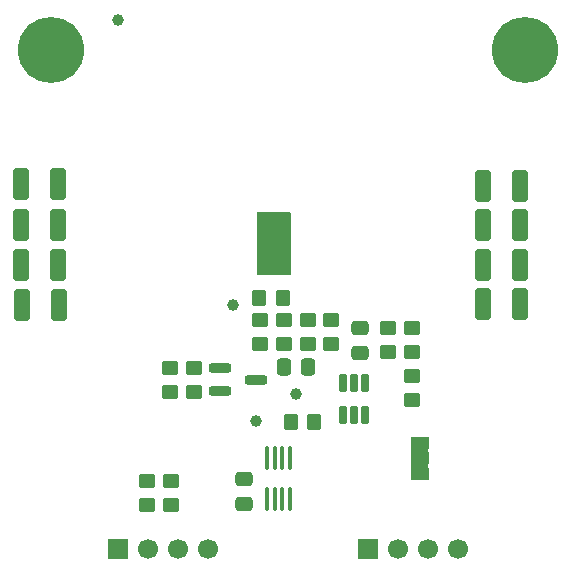
<source format=gbs>
G04 #@! TF.GenerationSoftware,KiCad,Pcbnew,9.0.1*
G04 #@! TF.CreationDate,2025-04-23T11:21:28+02:00*
G04 #@! TF.ProjectId,LTC3119-breakout,4c544333-3131-4392-9d62-7265616b6f75,rev?*
G04 #@! TF.SameCoordinates,Original*
G04 #@! TF.FileFunction,Soldermask,Bot*
G04 #@! TF.FilePolarity,Negative*
%FSLAX46Y46*%
G04 Gerber Fmt 4.6, Leading zero omitted, Abs format (unit mm)*
G04 Created by KiCad (PCBNEW 9.0.1) date 2025-04-23 11:21:28*
%MOMM*%
%LPD*%
G01*
G04 APERTURE LIST*
G04 Aperture macros list*
%AMRoundRect*
0 Rectangle with rounded corners*
0 $1 Rounding radius*
0 $2 $3 $4 $5 $6 $7 $8 $9 X,Y pos of 4 corners*
0 Add a 4 corners polygon primitive as box body*
4,1,4,$2,$3,$4,$5,$6,$7,$8,$9,$2,$3,0*
0 Add four circle primitives for the rounded corners*
1,1,$1+$1,$2,$3*
1,1,$1+$1,$4,$5*
1,1,$1+$1,$6,$7*
1,1,$1+$1,$8,$9*
0 Add four rect primitives between the rounded corners*
20,1,$1+$1,$2,$3,$4,$5,0*
20,1,$1+$1,$4,$5,$6,$7,0*
20,1,$1+$1,$6,$7,$8,$9,0*
20,1,$1+$1,$8,$9,$2,$3,0*%
G04 Aperture macros list end*
%ADD10R,1.700000X1.700000*%
%ADD11C,1.700000*%
%ADD12C,5.600000*%
%ADD13RoundRect,0.250000X0.450000X-0.350000X0.450000X0.350000X-0.450000X0.350000X-0.450000X-0.350000X0*%
%ADD14RoundRect,0.250000X-0.450000X0.350000X-0.450000X-0.350000X0.450000X-0.350000X0.450000X0.350000X0*%
%ADD15R,1.500000X1.000000*%
%ADD16RoundRect,0.250000X0.412500X1.100000X-0.412500X1.100000X-0.412500X-1.100000X0.412500X-1.100000X0*%
%ADD17C,1.000000*%
%ADD18RoundRect,0.250000X0.475000X-0.337500X0.475000X0.337500X-0.475000X0.337500X-0.475000X-0.337500X0*%
%ADD19RoundRect,0.250000X0.350000X0.450000X-0.350000X0.450000X-0.350000X-0.450000X0.350000X-0.450000X0*%
%ADD20RoundRect,0.250000X-0.412500X-1.100000X0.412500X-1.100000X0.412500X1.100000X-0.412500X1.100000X0*%
%ADD21RoundRect,0.250000X-0.475000X0.337500X-0.475000X-0.337500X0.475000X-0.337500X0.475000X0.337500X0*%
%ADD22RoundRect,0.250000X-0.350000X-0.450000X0.350000X-0.450000X0.350000X0.450000X-0.350000X0.450000X0*%
%ADD23RoundRect,0.200000X-0.750000X-0.200000X0.750000X-0.200000X0.750000X0.200000X-0.750000X0.200000X0*%
%ADD24RoundRect,0.100000X0.100000X-0.900000X0.100000X0.900000X-0.100000X0.900000X-0.100000X-0.900000X0*%
%ADD25RoundRect,0.162500X0.162500X-0.617500X0.162500X0.617500X-0.162500X0.617500X-0.162500X-0.617500X0*%
%ADD26RoundRect,0.250000X0.337500X0.475000X-0.337500X0.475000X-0.337500X-0.475000X0.337500X-0.475000X0*%
G04 APERTURE END LIST*
G36*
X151850000Y-111750000D02*
G01*
X150350000Y-111750000D01*
X150350000Y-110150000D01*
X151850000Y-110150000D01*
X151850000Y-111750000D01*
G37*
D10*
X125530000Y-118650000D03*
D11*
X128070000Y-118650000D03*
X130610000Y-118650000D03*
X133150000Y-118650000D03*
D12*
X160000000Y-76400000D03*
D10*
X146690000Y-118650000D03*
D11*
X149230000Y-118650000D03*
X151770000Y-118650000D03*
X154310000Y-118650000D03*
D12*
X119900000Y-76400000D03*
D13*
X150450000Y-106000000D03*
X150450000Y-104000000D03*
D14*
X130050000Y-112900000D03*
X130050000Y-114900000D03*
X128000000Y-112900000D03*
X128000000Y-114900000D03*
D15*
X151100000Y-112250000D03*
X151100000Y-110950000D03*
X151100000Y-109650000D03*
D16*
X159572500Y-97920000D03*
X156447500Y-97920000D03*
X159582500Y-94590000D03*
X156457500Y-94590000D03*
D17*
X135275000Y-97950000D03*
D14*
X141610000Y-99260000D03*
X141610000Y-101260000D03*
D18*
X146050000Y-101987500D03*
X146050000Y-99912500D03*
D13*
X150450000Y-101950000D03*
X150450000Y-99950000D03*
D14*
X139590000Y-99260000D03*
X139590000Y-101260000D03*
D19*
X139500000Y-97380000D03*
X137500000Y-97380000D03*
D14*
X148400000Y-99950000D03*
X148400000Y-101950000D03*
X143610000Y-99260000D03*
X143610000Y-101260000D03*
D16*
X159582500Y-87850000D03*
X156457500Y-87850000D03*
D20*
X117407500Y-97950000D03*
X120532500Y-97950000D03*
D21*
X136200000Y-112712500D03*
X136200000Y-114787500D03*
D22*
X140200000Y-107900000D03*
X142200000Y-107900000D03*
D16*
X159582500Y-91200000D03*
X156457500Y-91200000D03*
D17*
X140620000Y-105500000D03*
D23*
X134220000Y-105237500D03*
X134220000Y-103337500D03*
X137220000Y-104287500D03*
D17*
X125600000Y-73800000D03*
D20*
X117387500Y-94550000D03*
X120512500Y-94550000D03*
X117387500Y-87740000D03*
X120512500Y-87740000D03*
D24*
X140120000Y-114360000D03*
X139480000Y-114360000D03*
X138820000Y-114360000D03*
X138180000Y-114360000D03*
X138180000Y-110940000D03*
X138820000Y-110940000D03*
X139480000Y-110940000D03*
X140120000Y-110940000D03*
D14*
X131970000Y-103320000D03*
X131970000Y-105320000D03*
D20*
X117387500Y-91190000D03*
X120512500Y-91190000D03*
D14*
X137580000Y-99260000D03*
X137580000Y-101260000D03*
D25*
X146500000Y-107300000D03*
X145550000Y-107300000D03*
X144600000Y-107300000D03*
X144600000Y-104600000D03*
X145550000Y-104600000D03*
X146500000Y-104600000D03*
D13*
X129960000Y-105330000D03*
X129960000Y-103330000D03*
D26*
X141657500Y-103200000D03*
X139582500Y-103200000D03*
D17*
X137225000Y-107750000D03*
G36*
X140143039Y-90119685D02*
G01*
X140188794Y-90172489D01*
X140200000Y-90224000D01*
X140200000Y-95276000D01*
X140180315Y-95343039D01*
X140127511Y-95388794D01*
X140076000Y-95400000D01*
X137424000Y-95400000D01*
X137356961Y-95380315D01*
X137311206Y-95327511D01*
X137300000Y-95276000D01*
X137300000Y-90224000D01*
X137319685Y-90156961D01*
X137372489Y-90111206D01*
X137424000Y-90100000D01*
X140076000Y-90100000D01*
X140143039Y-90119685D01*
G37*
M02*

</source>
